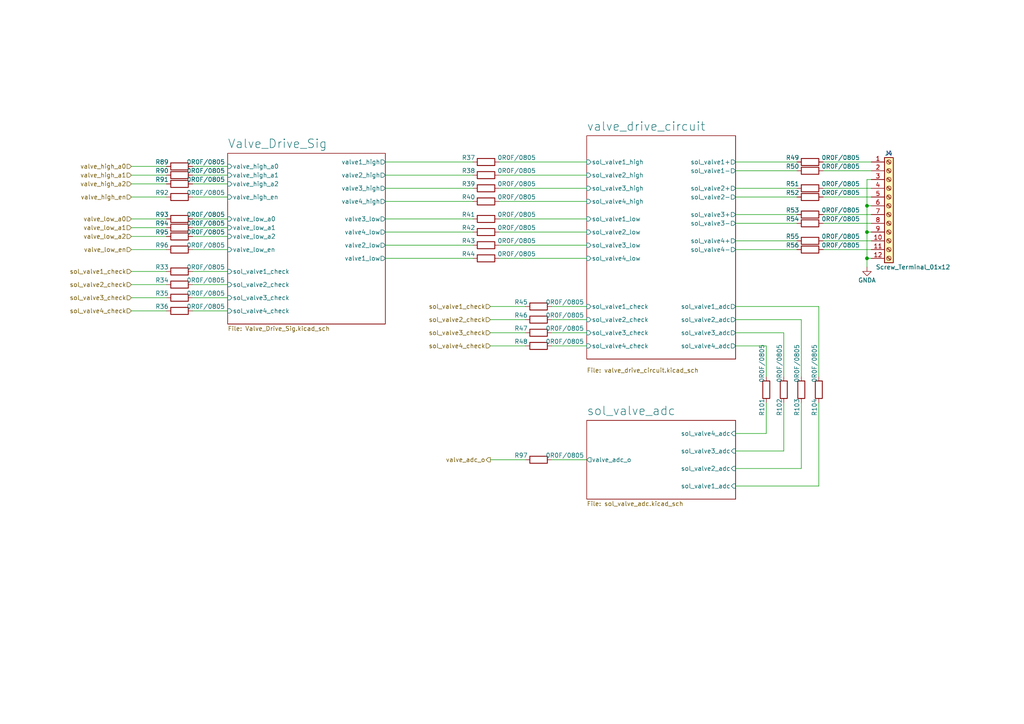
<source format=kicad_sch>
(kicad_sch (version 20211123) (generator eeschema)
  (paper "A4")
  (title_block (title "Valve_Drive") (date "2022-06-21") (rev "rev00"))
  (lib_symbols
    (symbol "Connector:Screw_Terminal_01x12" (pin_names (offset 1.016) hide)
      (property "Reference" "J" (at 0 15.24 0))
      (property "Value" "Screw_Terminal_01x12" (at 0 -17.78 0))
      (symbol "Screw_Terminal_01x12_1_1"
        (rectangle (start -1.27 13.97) (end 1.27 -16.51) (stroke (width 0.254)) (fill (type background)))
        (circle (center 0 -15.24) (radius 0.635) (stroke (width 0.1524)))
        (circle (center 0 -12.7) (radius 0.635) (stroke (width 0.1524)))
        (circle (center 0 -10.16) (radius 0.635) (stroke (width 0.1524)))
        (circle (center 0 -7.62) (radius 0.635) (stroke (width 0.1524)))
        (circle (center 0 -5.08) (radius 0.635) (stroke (width 0.1524)))
        (circle (center 0 -2.54) (radius 0.635) (stroke (width 0.1524)))
        (polyline (pts (xy -0.5334 -14.9098) (xy 0.3302 -15.748)) (stroke (width 0.1524)))
        (polyline (pts (xy -0.5334 -12.3698) (xy 0.3302 -13.208)) (stroke (width 0.1524)))
        (polyline (pts (xy -0.5334 -9.8298) (xy 0.3302 -10.668)) (stroke (width 0.1524)))
        (polyline (pts (xy -0.5334 -7.2898) (xy 0.3302 -8.128)) (stroke (width 0.1524)))
        (polyline (pts (xy -0.5334 -4.7498) (xy 0.3302 -5.588)) (stroke (width 0.1524)))
        (polyline (pts (xy -0.5334 -2.2098) (xy 0.3302 -3.048)) (stroke (width 0.1524)))
        (polyline (pts (xy -0.5334 0.3302) (xy 0.3302 -0.508)) (stroke (width 0.1524)))
        (polyline (pts (xy -0.5334 2.8702) (xy 0.3302 2.032)) (stroke (width 0.1524)))
        (polyline (pts (xy -0.5334 5.4102) (xy 0.3302 4.572)) (stroke (width 0.1524)))
        (polyline (pts (xy -0.5334 7.9502) (xy 0.3302 7.112)) (stroke (width 0.1524)))
        (polyline (pts (xy -0.5334 10.4902) (xy 0.3302 9.652)) (stroke (width 0.1524)))
        (polyline (pts (xy -0.5334 13.0302) (xy 0.3302 12.192)) (stroke (width 0.1524)))
        (polyline (pts (xy -0.3556 -14.732) (xy 0.508 -15.5702)) (stroke (width 0.1524)))
        (polyline (pts (xy -0.3556 -12.192) (xy 0.508 -13.0302)) (stroke (width 0.1524)))
        (polyline (pts (xy -0.3556 -9.652) (xy 0.508 -10.4902)) (stroke (width 0.1524)))
        (polyline (pts (xy -0.3556 -7.112) (xy 0.508 -7.9502)) (stroke (width 0.1524)))
        (polyline (pts (xy -0.3556 -4.572) (xy 0.508 -5.4102)) (stroke (width 0.1524)))
        (polyline (pts (xy -0.3556 -2.032) (xy 0.508 -2.8702)) (stroke (width 0.1524)))
        (polyline (pts (xy -0.3556 0.508) (xy 0.508 -0.3302)) (stroke (width 0.1524)))
        (polyline (pts (xy -0.3556 3.048) (xy 0.508 2.2098)) (stroke (width 0.1524)))
        (polyline (pts (xy -0.3556 5.588) (xy 0.508 4.7498)) (stroke (width 0.1524)))
        (polyline (pts (xy -0.3556 8.128) (xy 0.508 7.2898)) (stroke (width 0.1524)))
        (polyline (pts (xy -0.3556 10.668) (xy 0.508 9.8298)) (stroke (width 0.1524)))
        (polyline (pts (xy -0.3556 13.208) (xy 0.508 12.3698)) (stroke (width 0.1524)))
        (circle (center 0 0) (radius 0.635) (stroke (width 0.1524)))
        (circle (center 0 2.54) (radius 0.635) (stroke (width 0.1524)))
        (circle (center 0 5.08) (radius 0.635) (stroke (width 0.1524)))
        (circle (center 0 7.62) (radius 0.635) (stroke (width 0.1524)))
        (circle (center 0 10.16) (radius 0.635) (stroke (width 0.1524)))
        (circle (center 0 12.7) (radius 0.635) (stroke (width 0.1524)))
        (pin passive line (at -5.08 12.7 0) (length 3.81) (name "Pin_1") (number "1"))
        (pin passive line (at -5.08 -10.16 0) (length 3.81) (name "Pin_10") (number "10"))
        (pin passive line (at -5.08 -12.7 0) (length 3.81) (name "Pin_11") (number "11"))
        (pin passive line (at -5.08 -15.24 0) (length 3.81) (name "Pin_12") (number "12"))
        (pin passive line (at -5.08 10.16 0) (length 3.81) (name "Pin_2") (number "2"))
        (pin passive line (at -5.08 7.62 0) (length 3.81) (name "Pin_3") (number "3"))
        (pin passive line (at -5.08 5.08 0) (length 3.81) (name "Pin_4") (number "4"))
        (pin passive line (at -5.08 2.54 0) (length 3.81) (name "Pin_5") (number "5"))
        (pin passive line (at -5.08 0 0) (length 3.81) (name "Pin_6") (number "6"))
        (pin passive line (at -5.08 -2.54 0) (length 3.81) (name "Pin_7") (number "7"))
        (pin passive line (at -5.08 -5.08 0) (length 3.81) (name "Pin_8") (number "8"))
        (pin passive line (at -5.08 -7.62 0) (length 3.81) (name "Pin_9") (number "9"))
      )
    )
    (symbol "Device:R" (pin_numbers hide) (pin_names (offset 0))
      (property "Reference" "R" (at 2.032 0 90))
      (property "Value" "R" (at 0 0 90))
      (symbol "R_0_1"
        (rectangle (start -1.016 -2.54) (end 1.016 2.54) (stroke (width 0.254)))
      )
      (symbol "R_1_1"
        (pin passive line (at 0 3.81 270) (length 1.27) (name "~") (number "1"))
        (pin passive line (at 0 -3.81 90) (length 1.27) (name "~") (number "2"))
      )
    )
    (symbol "power:GNDA" (power) (pin_names (offset 0))
      (property "Value" "GNDA" (at 0 -3.81 0))
      (symbol "GNDA_0_1"
        (polyline (pts (xy 0 0) (xy 0 -1.27) (xy 1.27 -1.27) (xy 0 -2.54) (xy -1.27 -1.27) (xy 0 -1.27)))
      )
      (symbol "GNDA_1_1"
        (pin power_in line (at 0 0 270) (length 0) hide (name "GNDA") (number "1"))
      )
    )
  )
  (junction (at 251.46 59.69))
  (junction (at 251.46 74.93))
  (junction (at 251.46 67.31))
  (no_connect (at 257.81 44.45))
  (wire (pts (xy 55.88 66.04) (xy 66.04 66.04)))
  (wire (pts (xy 144.78 63.5) (xy 170.18 63.5)))
  (wire (pts (xy 55.88 53.34) (xy 66.04 53.34)))
  (wire (pts (xy 38.1 50.8) (xy 48.26 50.8)))
  (wire (pts (xy 237.49 140.97) (xy 213.36 140.97)))
  (wire (pts (xy 160.02 88.9) (xy 170.18 88.9)))
  (wire (pts (xy 251.46 59.69) (xy 251.46 67.31)))
  (wire (pts (xy 144.78 74.93) (xy 170.18 74.93)))
  (wire (pts (xy 213.36 62.23) (xy 231.14 62.23)))
  (wire (pts (xy 38.1 90.17) (xy 48.26 90.17)))
  (wire (pts (xy 55.88 68.58) (xy 66.04 68.58)))
  (wire (pts (xy 38.1 63.5) (xy 48.26 63.5)))
  (wire (pts (xy 238.76 64.77) (xy 252.73 64.77)))
  (wire (pts (xy 227.33 109.22) (xy 227.33 96.52)))
  (wire (pts (xy 238.76 49.53) (xy 252.73 49.53)))
  (wire (pts (xy 232.41 116.84) (xy 232.41 135.89)))
  (wire (pts (xy 213.36 100.33) (xy 222.25 100.33)))
  (wire (pts (xy 144.78 71.12) (xy 170.18 71.12)))
  (wire (pts (xy 238.76 62.23) (xy 252.73 62.23)))
  (wire (pts (xy 55.88 90.17) (xy 66.04 90.17)))
  (wire (pts (xy 144.78 50.8) (xy 170.18 50.8)))
  (wire (pts (xy 251.46 74.93) (xy 252.73 74.93)))
  (wire (pts (xy 111.76 63.5) (xy 137.16 63.5)))
  (wire (pts (xy 251.46 67.31) (xy 251.46 74.93)))
  (wire (pts (xy 237.49 116.84) (xy 237.49 140.97)))
  (wire (pts (xy 142.24 88.9) (xy 152.4 88.9)))
  (wire (pts (xy 142.24 100.33) (xy 152.4 100.33)))
  (wire (pts (xy 232.41 135.89) (xy 213.36 135.89)))
  (wire (pts (xy 144.78 54.61) (xy 170.18 54.61)))
  (wire (pts (xy 55.88 63.5) (xy 66.04 63.5)))
  (wire (pts (xy 38.1 68.58) (xy 48.26 68.58)))
  (wire (pts (xy 227.33 96.52) (xy 213.36 96.52)))
  (wire (pts (xy 38.1 78.74) (xy 48.26 78.74)))
  (wire (pts (xy 38.1 66.04) (xy 48.26 66.04)))
  (wire (pts (xy 55.88 82.55) (xy 66.04 82.55)))
  (wire (pts (xy 38.1 72.39) (xy 48.26 72.39)))
  (wire (pts (xy 213.36 130.81) (xy 227.33 130.81)))
  (wire (pts (xy 222.25 125.73) (xy 213.36 125.73)))
  (wire (pts (xy 38.1 82.55) (xy 48.26 82.55)))
  (wire (pts (xy 251.46 67.31) (xy 252.73 67.31)))
  (wire (pts (xy 213.36 69.85) (xy 231.14 69.85)))
  (wire (pts (xy 238.76 54.61) (xy 252.73 54.61)))
  (wire (pts (xy 160.02 92.71) (xy 170.18 92.71)))
  (wire (pts (xy 55.88 72.39) (xy 66.04 72.39)))
  (wire (pts (xy 160.02 96.52) (xy 170.18 96.52)))
  (wire (pts (xy 38.1 48.26) (xy 48.26 48.26)))
  (wire (pts (xy 38.1 57.15) (xy 48.26 57.15)))
  (wire (pts (xy 222.25 100.33) (xy 222.25 109.22)))
  (wire (pts (xy 144.78 58.42) (xy 170.18 58.42)))
  (wire (pts (xy 213.36 57.15) (xy 231.14 57.15)))
  (wire (pts (xy 160.02 133.35) (xy 170.18 133.35)))
  (wire (pts (xy 232.41 109.22) (xy 232.41 92.71)))
  (wire (pts (xy 237.49 88.9) (xy 213.36 88.9)))
  (wire (pts (xy 251.46 74.93) (xy 251.46 77.47)))
  (wire (pts (xy 213.36 64.77) (xy 231.14 64.77)))
  (wire (pts (xy 142.24 92.71) (xy 152.4 92.71)))
  (wire (pts (xy 55.88 78.74) (xy 66.04 78.74)))
  (wire (pts (xy 144.78 67.31) (xy 170.18 67.31)))
  (wire (pts (xy 232.41 92.71) (xy 213.36 92.71)))
  (wire (pts (xy 238.76 72.39) (xy 252.73 72.39)))
  (wire (pts (xy 237.49 109.22) (xy 237.49 88.9)))
  (wire (pts (xy 213.36 46.99) (xy 231.14 46.99)))
  (wire (pts (xy 111.76 46.99) (xy 137.16 46.99)))
  (wire (pts (xy 111.76 54.61) (xy 137.16 54.61)))
  (wire (pts (xy 222.25 116.84) (xy 222.25 125.73)))
  (wire (pts (xy 238.76 69.85) (xy 252.73 69.85)))
  (wire (pts (xy 238.76 46.99) (xy 252.73 46.99)))
  (wire (pts (xy 251.46 59.69) (xy 252.73 59.69)))
  (wire (pts (xy 252.73 52.07) (xy 251.46 52.07)))
  (wire (pts (xy 38.1 86.36) (xy 48.26 86.36)))
  (wire (pts (xy 142.24 96.52) (xy 152.4 96.52)))
  (wire (pts (xy 238.76 57.15) (xy 252.73 57.15)))
  (wire (pts (xy 111.76 74.93) (xy 137.16 74.93)))
  (wire (pts (xy 55.88 86.36) (xy 66.04 86.36)))
  (wire (pts (xy 111.76 58.42) (xy 137.16 58.42)))
  (wire (pts (xy 55.88 57.15) (xy 66.04 57.15)))
  (wire (pts (xy 213.36 72.39) (xy 231.14 72.39)))
  (wire (pts (xy 160.02 100.33) (xy 170.18 100.33)))
  (wire (pts (xy 111.76 71.12) (xy 137.16 71.12)))
  (wire (pts (xy 144.78 46.99) (xy 170.18 46.99)))
  (wire (pts (xy 213.36 54.61) (xy 231.14 54.61)))
  (wire (pts (xy 55.88 50.8) (xy 66.04 50.8)))
  (wire (pts (xy 111.76 50.8) (xy 137.16 50.8)))
  (wire (pts (xy 213.36 49.53) (xy 231.14 49.53)))
  (wire (pts (xy 55.88 48.26) (xy 66.04 48.26)))
  (wire (pts (xy 38.1 53.34) (xy 48.26 53.34)))
  (wire (pts (xy 111.76 67.31) (xy 137.16 67.31)))
  (wire (pts (xy 227.33 130.81) (xy 227.33 116.84)))
  (wire (pts (xy 142.24 133.35) (xy 152.4 133.35)))
  (wire (pts (xy 251.46 52.07) (xy 251.46 59.69)))
  (hierarchical_label "valve_high_en" (shape input) (at 38.1 57.15 180))
  (hierarchical_label "valve_low_a0" (shape input) (at 38.1 63.5 180))
  (hierarchical_label "valve_low_a1" (shape input) (at 38.1 66.04 180))
  (hierarchical_label "sol_valve1_check" (shape input) (at 38.1 78.74 180))
  (hierarchical_label "valve_high_a0" (shape input) (at 38.1 48.26 180))
  (hierarchical_label "valve_low_a2" (shape input) (at 38.1 68.58 180))
  (hierarchical_label "valve_high_a1" (shape input) (at 38.1 50.8 180))
  (hierarchical_label "valve_adc_o" (shape output) (at 142.24 133.35 180))
  (hierarchical_label "valve_low_en" (shape input) (at 38.1 72.39 180))
  (hierarchical_label "sol_valve1_check" (shape input) (at 142.24 88.9 180))
  (hierarchical_label "sol_valve3_check" (shape input) (at 38.1 86.36 180))
  (hierarchical_label "sol_valve2_check" (shape input) (at 142.24 92.71 180))
  (hierarchical_label "sol_valve4_check" (shape input) (at 142.24 100.33 180))
  (hierarchical_label "sol_valve2_check" (shape input) (at 38.1 82.55 180))
  (hierarchical_label "sol_valve4_check" (shape input) (at 38.1 90.17 180))
  (hierarchical_label "valve_high_a2" (shape input) (at 38.1 53.34 180))
  (hierarchical_label "sol_valve3_check" (shape input) (at 142.24 96.52 180))
  (symbol (lib_id "Device:R") (at 140.97 50.8 90) (unit 1)
    (property "Reference" "R38" (at 135.89 49.53 90))
    (property "Value" "0R0F/0805" (at 149.86 49.53 90))
    (property "Footprint" "Resistor_SMD:R_0805_2012Metric" (effects hide))
  )
  (symbol (lib_id "Device:R") (at 52.07 53.34 90) (unit 1)
    (property "Reference" "R91" (at 46.99 52.07 90))
    (property "Value" "0R0F/0805" (at 59.69 52.07 90))
    (property "Footprint" "Resistor_SMD:R_0805_2012Metric" (effects hide))
  )
  (symbol (lib_id "Device:R") (at 234.95 46.99 90) (unit 1)
    (property "Reference" "R49" (at 229.87 45.72 90))
    (property "Value" "0R0F/0805" (at 243.84 45.72 90))
    (property "Footprint" "Resistor_SMD:R_0805_2012Metric" (effects hide))
  )
  (symbol (lib_id "Device:R") (at 52.07 68.58 90) (unit 1)
    (property "Reference" "R95" (at 46.99 67.31 90))
    (property "Value" "0R0F/0805" (at 59.69 67.31 90))
    (property "Footprint" "Resistor_SMD:R_0805_2012Metric" (effects hide))
  )
  (symbol (lib_id "Device:R") (at 140.97 67.31 90) (unit 1)
    (property "Reference" "R42" (at 135.89 66.04 90))
    (property "Value" "0R0F/0805" (at 149.86 66.04 90))
    (property "Footprint" "Resistor_SMD:R_0805_2012Metric" (effects hide))
  )
  (symbol (lib_id "Device:R") (at 140.97 54.61 90) (unit 1)
    (property "Reference" "R39" (at 135.89 53.34 90))
    (property "Value" "0R0F/0805" (at 149.86 53.34 90))
    (property "Footprint" "Resistor_SMD:R_0805_2012Metric" (effects hide))
  )
  (symbol (lib_id "Device:R") (at 234.95 54.61 90) (unit 1)
    (property "Reference" "R51" (at 229.87 53.34 90))
    (property "Value" "0R0F/0805" (at 243.84 53.34 90))
    (property "Footprint" "Resistor_SMD:R_0805_2012Metric" (effects hide))
  )
  (symbol (lib_id "Device:R") (at 52.07 86.36 90) (unit 1)
    (property "Reference" "R35" (at 46.99 85.09 90))
    (property "Value" "0R0F/0805" (at 59.69 85.09 90))
    (property "Footprint" "Resistor_SMD:R_0805_2012Metric" (effects hide))
  )
  (symbol (lib_id "Device:R") (at 222.25 113.03 180) (unit 1)
    (property "Reference" "R101" (at 220.98 118.11 90))
    (property "Value" "0R0F/0805" (at 220.98 105.41 90))
    (property "Footprint" "Resistor_SMD:R_0805_2012Metric" (effects hide))
  )
  (symbol (lib_id "Device:R") (at 234.95 69.85 90) (unit 1)
    (property "Reference" "R55" (at 229.87 68.58 90))
    (property "Value" "0R0F/0805" (at 243.84 68.58 90))
    (property "Footprint" "Resistor_SMD:R_0805_2012Metric" (effects hide))
  )
  (symbol (lib_id "Device:R") (at 52.07 66.04 90) (unit 1)
    (property "Reference" "R94" (at 46.99 64.77 90))
    (property "Value" "0R0F/0805" (at 59.69 64.77 90))
    (property "Footprint" "Resistor_SMD:R_0805_2012Metric" (effects hide))
  )
  (symbol (lib_id "Device:R") (at 52.07 72.39 90) (unit 1)
    (property "Reference" "R96" (at 46.99 71.12 90))
    (property "Value" "0R0F/0805" (at 59.69 71.12 90))
    (property "Footprint" "Resistor_SMD:R_0805_2012Metric" (effects hide))
  )
  (symbol (lib_id "Connector:Screw_Terminal_01x12") (at 257.81 59.69 0) (unit 1)
    (property "Reference" "J4" (at 256.54 44.45 0) (effects (justify left)))
    (property "Value" "Screw_Terminal_01x12" (at 254 77.47 0) (effects (justify left)))
  )
  (symbol (lib_id "Device:R") (at 52.07 63.5 90) (unit 1)
    (property "Reference" "R93" (at 46.99 62.23 90))
    (property "Value" "0R0F/0805" (at 59.69 62.23 90))
    (property "Footprint" "Resistor_SMD:R_0805_2012Metric" (effects hide))
  )
  (symbol (lib_id "Device:R") (at 52.07 90.17 90) (unit 1)
    (property "Reference" "R36" (at 46.99 88.9 90))
    (property "Value" "0R0F/0805" (at 59.69 88.9 90))
    (property "Footprint" "Resistor_SMD:R_0805_2012Metric" (effects hide))
  )
  (symbol (lib_id "Device:R") (at 232.41 113.03 180) (unit 1)
    (property "Reference" "R103" (at 231.14 118.11 90))
    (property "Value" "0R0F/0805" (at 231.14 105.41 90))
    (property "Footprint" "Resistor_SMD:R_0805_2012Metric" (effects hide))
  )
  (symbol (lib_id "Device:R") (at 156.21 100.33 90) (unit 1)
    (property "Reference" "R48" (at 151.13 99.06 90))
    (property "Value" "0R0F/0805" (at 163.83 99.06 90))
    (property "Footprint" "Resistor_SMD:R_0805_2012Metric" (effects hide))
  )
  (symbol (lib_id "Device:R") (at 237.49 113.03 180) (unit 1)
    (property "Reference" "R104" (at 236.22 118.11 90))
    (property "Value" "0R0F/0805" (at 236.22 105.41 90))
    (property "Footprint" "Resistor_SMD:R_0805_2012Metric" (effects hide))
  )
  (symbol (lib_id "Device:R") (at 140.97 74.93 90) (unit 1)
    (property "Reference" "R44" (at 135.89 73.66 90))
    (property "Value" "0R0F/0805" (at 149.86 73.66 90))
    (property "Footprint" "Resistor_SMD:R_0805_2012Metric" (effects hide))
  )
  (symbol (lib_id "Device:R") (at 52.07 57.15 90) (unit 1)
    (property "Reference" "R92" (at 46.99 55.88 90))
    (property "Value" "0R0F/0805" (at 59.69 55.88 90))
    (property "Footprint" "Resistor_SMD:R_0805_2012Metric" (effects hide))
  )
  (symbol (lib_id "Device:R") (at 156.21 88.9 90) (unit 1)
    (property "Reference" "R45" (at 151.13 87.63 90))
    (property "Value" "0R0F/0805" (at 163.83 87.63 90))
    (property "Footprint" "Resistor_SMD:R_0805_2012Metric" (effects hide))
  )
  (symbol (lib_id "Device:R") (at 140.97 71.12 90) (unit 1)
    (property "Reference" "R43" (at 135.89 69.85 90))
    (property "Value" "0R0F/0805" (at 149.86 69.85 90))
    (property "Footprint" "Resistor_SMD:R_0805_2012Metric" (effects hide))
  )
  (symbol (lib_id "Device:R") (at 234.95 57.15 90) (unit 1)
    (property "Reference" "R52" (at 229.87 55.88 90))
    (property "Value" "0R0F/0805" (at 243.84 55.88 90))
    (property "Footprint" "Resistor_SMD:R_0805_2012Metric" (effects hide))
  )
  (symbol (lib_id "Device:R") (at 52.07 50.8 90) (unit 1)
    (property "Reference" "R90" (at 46.99 49.53 90))
    (property "Value" "0R0F/0805" (at 59.69 49.53 90))
    (property "Footprint" "Resistor_SMD:R_0805_2012Metric" (effects hide))
  )
  (symbol (lib_id "Device:R") (at 52.07 82.55 90) (unit 1)
    (property "Reference" "R34" (at 46.99 81.28 90))
    (property "Value" "0R0F/0805" (at 59.69 81.28 90))
    (property "Footprint" "Resistor_SMD:R_0805_2012Metric" (effects hide))
  )
  (symbol (lib_id "Device:R") (at 52.07 48.26 90) (unit 1)
    (property "Reference" "R89" (at 46.99 46.99 90))
    (property "Value" "0R0F/0805" (at 59.69 46.99 90))
    (property "Footprint" "Resistor_SMD:R_0805_2012Metric" (effects hide))
  )
  (symbol (lib_id "Device:R") (at 156.21 133.35 90) (unit 1)
    (property "Reference" "R97" (at 151.13 132.08 90))
    (property "Value" "0R0F/0805" (at 163.83 132.08 90))
    (property "Footprint" "Resistor_SMD:R_0805_2012Metric" (effects hide))
  )
  (symbol (lib_id "Device:R") (at 156.21 92.71 90) (unit 1)
    (property "Reference" "R46" (at 151.13 91.44 90))
    (property "Value" "0R0F/0805" (at 163.83 91.44 90))
    (property "Footprint" "Resistor_SMD:R_0805_2012Metric" (effects hide))
  )
  (symbol (lib_id "Device:R") (at 140.97 46.99 90) (unit 1)
    (property "Reference" "R37" (at 135.89 45.72 90))
    (property "Value" "0R0F/0805" (at 149.86 45.72 90))
    (property "Footprint" "Resistor_SMD:R_0805_2012Metric" (effects hide))
  )
  (symbol (lib_id "Device:R") (at 234.95 72.39 90) (unit 1)
    (property "Reference" "R56" (at 229.87 71.12 90))
    (property "Value" "0R0F/0805" (at 243.84 71.12 90))
    (property "Footprint" "Resistor_SMD:R_0805_2012Metric" (effects hide))
  )
  (symbol (lib_id "Device:R") (at 140.97 63.5 90) (unit 1)
    (property "Reference" "R41" (at 135.89 62.23 90))
    (property "Value" "0R0F/0805" (at 149.86 62.23 90))
    (property "Footprint" "Resistor_SMD:R_0805_2012Metric" (effects hide))
  )
  (symbol (lib_id "Device:R") (at 234.95 62.23 90) (unit 1)
    (property "Reference" "R53" (at 229.87 60.96 90))
    (property "Value" "0R0F/0805" (at 243.84 60.96 90))
    (property "Footprint" "Resistor_SMD:R_0805_2012Metric" (effects hide))
  )
  (symbol (lib_id "Device:R") (at 52.07 78.74 90) (unit 1)
    (property "Reference" "R33" (at 46.99 77.47 90))
    (property "Value" "0R0F/0805" (at 59.69 77.47 90))
    (property "Footprint" "Resistor_SMD:R_0805_2012Metric" (effects hide))
  )
  (symbol (lib_id "power:GNDA") (at 251.46 77.47 0) (unit 1)
    (property "Reference" "#PWR010" (effects hide))
    (property "Value" "GNDA" (at 251.46 81.28 0))
  )
  (symbol (lib_id "Device:R") (at 227.33 113.03 180) (unit 1)
    (property "Reference" "R102" (at 226.06 118.11 90))
    (property "Value" "0R0F/0805" (at 226.06 105.41 90))
    (property "Footprint" "Resistor_SMD:R_0805_2012Metric" (effects hide))
  )
  (symbol (lib_id "Device:R") (at 234.95 49.53 90) (unit 1)
    (property "Reference" "R50" (at 229.87 48.26 90))
    (property "Value" "0R0F/0805" (at 243.84 48.26 90))
    (property "Footprint" "Resistor_SMD:R_0805_2012Metric" (effects hide))
  )
  (symbol (lib_id "Device:R") (at 234.95 64.77 90) (unit 1)
    (property "Reference" "R54" (at 229.87 63.5 90))
    (property "Value" "0R0F/0805" (at 243.84 63.5 90))
    (property "Footprint" "Resistor_SMD:R_0805_2012Metric" (effects hide))
  )
  (symbol (lib_id "Device:R") (at 140.97 58.42 90) (unit 1)
    (property "Reference" "R40" (at 135.89 57.15 90))
    (property "Value" "0R0F/0805" (at 149.86 57.15 90))
    (property "Footprint" "Resistor_SMD:R_0805_2012Metric" (effects hide))
  )
  (symbol (lib_id "Device:R") (at 156.21 96.52 90) (unit 1)
    (property "Reference" "R47" (at 151.13 95.25 90))
    (property "Value" "0R0F/0805" (at 163.83 95.25 90))
    (property "Footprint" "Resistor_SMD:R_0805_2012Metric" (effects hide))
  )
  (sheet (at 170.18 121.92) (size 43.18 22.86) (stroke (width 0.1524))
    (property "Sheet name" "sol_valve_adc" (at 170.18 120.5934 0) (effects (font (size 2.5 2.5)) (justify left bottom)))
    (property "Sheet file" "sol_valve_adc.kicad_sch" (at 170.18 145.3646 0) (effects (justify left top)))
    (pin "sol_valve2_adc" input (at 213.36 135.89 0))
    (pin "sol_valve3_adc" input (at 213.36 130.81 0))
    (pin "sol_valve1_adc" input (at 213.36 140.97 0))
    (pin "sol_valve4_adc" input (at 213.36 125.73 0))
    (pin "valve_adc_o" output (at 170.18 133.35 180))
  )
  (sheet (at 170.18 39.37) (size 43.18 64.77) (stroke (width 0.1524))
    (property "Sheet name" "valve_drive_circuit" (at 170.18 38.1 0) (effects (font (size 2.5 2.5)) (justify left bottom)))
    (property "Sheet file" "valve_drive_circuit.kicad_sch" (at 170.18 106.68 0) (effects (justify left top)))
    (pin "sol_valve2_low" input (at 170.18 67.31 180))
    (pin "sol_valve2_high" input (at 170.18 50.8 180))
    (pin "sol_valve1_high" input (at 170.18 46.99 180))
    (pin "sol_valve1_low" input (at 170.18 63.5 180))
    (pin "sol_valve4_high" input (at 170.18 58.42 180))
    (pin "sol_valve4_low" input (at 170.18 74.93 180))
    (pin "sol_valve3_low" input (at 170.18 71.12 180))
    (pin "sol_valve3_high" input (at 170.18 54.61 180))
    (pin "sol_valve3+" output (at 213.36 62.23 0))
    (pin "sol_valve3-" output (at 213.36 64.77 0))
    (pin "sol_valve3_adc" output (at 213.36 96.52 0))
    (pin "sol_valve4_adc" output (at 213.36 100.33 0))
    (pin "sol_valve4-" output (at 213.36 72.39 0))
    (pin "sol_valve4+" output (at 213.36 69.85 0))
    (pin "sol_valve1-" output (at 213.36 49.53 0))
    (pin "sol_valve1_adc" output (at 213.36 88.9 0))
    (pin "sol_valve1+" output (at 213.36 46.99 0))
    (pin "sol_valve2+" output (at 213.36 54.61 0))
    (pin "sol_valve2-" output (at 213.36 57.15 0))
    (pin "sol_valve2_adc" output (at 213.36 92.71 0))
    (pin "sol_valve3_check" input (at 170.18 96.52 180))
    (pin "sol_valve4_check" input (at 170.18 100.33 180))
    (pin "sol_valve1_check" input (at 170.18 88.9 180))
    (pin "sol_valve2_check" input (at 170.18 92.71 180))
  )
  (sheet (at 66.04 44.45) (size 45.72 49.53) (stroke (width 0.1524))
    (property "Sheet name" "Valve_Drive_Sig" (at 66.04 43.1234 0) (effects (font (size 2.5 2.5)) (justify left bottom)))
    (property "Sheet file" "Valve_Drive_Sig.kicad_sch" (at 66.04 94.5646 0) (effects (justify left top)))
    (pin "valve_low_en" input (at 66.04 72.39 180))
    (pin "valve3_low" output (at 111.76 63.5 0))
    (pin "valve4_low" output (at 111.76 67.31 0))
    (pin "valve2_low" output (at 111.76 71.12 0))
    (pin "valve1_low" output (at 111.76 74.93 0))
    (pin "valve_low_a1" input (at 66.04 66.04 180))
    (pin "valve_low_a0" input (at 66.04 63.5 180))
    (pin "valve_low_a2" input (at 66.04 68.58 180))
    (pin "valve_high_a1" input (at 66.04 50.8 180))
    (pin "valve_high_a2" input (at 66.04 53.34 180))
    (pin "valve_high_en" input (at 66.04 57.15 180))
    (pin "valve_high_a0" input (at 66.04 48.26 180))
    (pin "valve3_high" output (at 111.76 54.61 0))
    (pin "valve4_high" output (at 111.76 58.42 0))
    (pin "valve1_high" output (at 111.76 46.99 0))
    (pin "valve2_high" output (at 111.76 50.8 0))
    (pin "sol_valve4_check" input (at 66.04 90.17 180))
    (pin "sol_valve2_check" input (at 66.04 82.55 180))
    (pin "sol_valve3_check" input (at 66.04 86.36 180))
    (pin "sol_valve1_check" input (at 66.04 78.74 180))
  )
)
</source>
